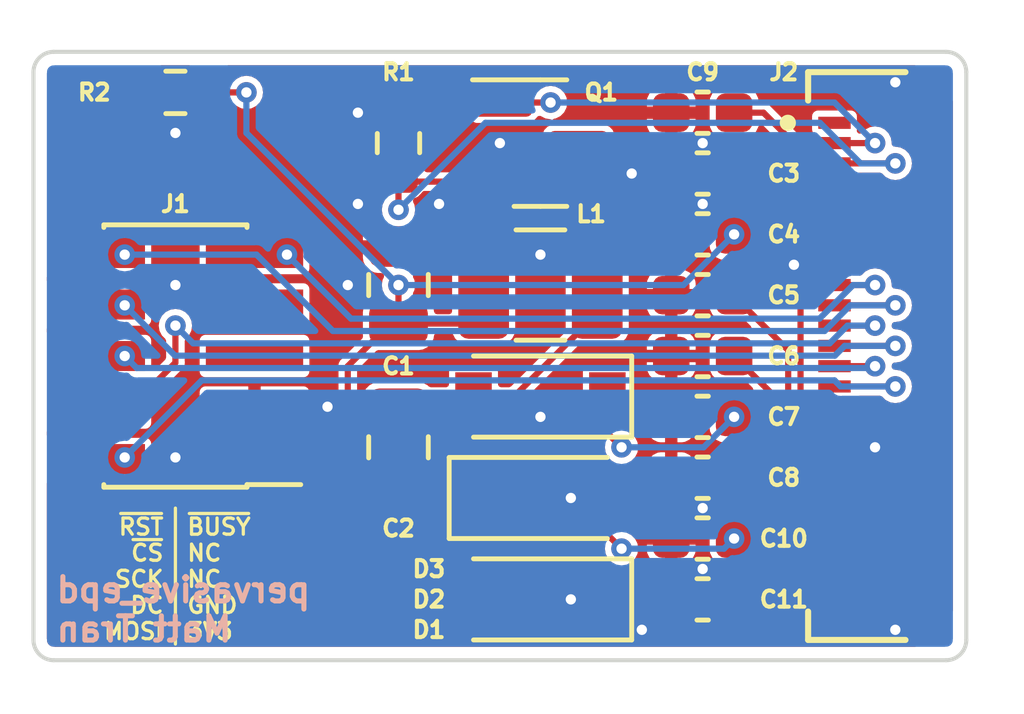
<source format=kicad_pcb>
(kicad_pcb (version 20211014) (generator pcbnew)
  (layers (0 "F.Cu" signal) (31 "B.Cu" signal) (34 "B.Paste" user) (35 "F.Paste" user) (36 "B.SilkS" user "B.Silkscreen") (37 "F.SilkS" user "F.Silkscreen") (38 "B.Mask" user) (39 "F.Mask" user) (44 "Edge.Cuts" user))
  (net 0 "")
  (net 1 "GND")
  (net 2 "+3V3")
  (net 3 "Net-(C2-Pad1)")
  (net 4 "Net-(C2-Pad2)")
  (net 5 "/VDDD")
  (net 6 "/VDH")
  (net 7 "/VGH")
  (net 8 "/VDL")
  (net 9 "/VDHR")
  (net 10 "/VGL")
  (net 11 "/VCOM")
  (net 12 "/MOSI")
  (net 13 "/DC")
  (net 15 "/SCK")
  (net 17 "/~{CS}")
  (net 18 "/~{BUSY}")
  (net 19 "/~{RST}")
  (net 20 "/GDR")
  (net 21 "/RESE")
  (footprint "Capacitor_SMD:C_0603_1608Metric" (layer "F.Cu") (at 145.5 94)
    (fp_text reference "C9" (at 0 -1) (layer "F.SilkS") (effects (font (size 0.4 0.4) (thickness 0.1))))
    (fp_text value "1u")
    (fp_line (start -0.14058 0.51) (end 0.14058 0.51) (layer "F.SilkS") (width 0.12))
    (fp_line (start -0.14058 -0.51) (end 0.14058 -0.51) (layer "F.SilkS") (width 0.12))
    (pad "1" smd roundrect locked (at -0.775 0) (size 0.9 0.95) (layers "F.Cu" "F.Paste" "F.Mask") (net 1 "GND"))
    (pad "2" smd roundrect locked (at 0.775 0) (size 0.9 0.95) (layers "F.Cu" "F.Paste" "F.Mask") (net 9 "/VDHR"))
  )
  (footprint "Capacitor_SMD:C_0603_1608Metric" (layer "F.Cu") (at 145.5 103)
    (fp_text reference "C8" (at 2 0) (layer "F.SilkS") (effects (font (size 0.4 0.4) (thickness 0.1))))
    (fp_text value "1u")
    (fp_line (start -0.14058 -0.51) (end 0.14058 -0.51) (layer "F.SilkS") (width 0.12))
    (fp_line (start -0.14058 0.51) (end 0.14058 0.51) (layer "F.SilkS") (width 0.12))
    (pad "1" smd roundrect locked (at -0.775 0) (size 0.9 0.95) (layers "F.Cu" "F.Paste" "F.Mask") (net 1 "GND"))
    (pad "2" smd roundrect locked (at 0.775 0) (size 0.9 0.95) (layers "F.Cu" "F.Paste" "F.Mask") (net 8 "/VDL"))
  )
  (footprint "Capacitor_SMD:C_0603_1608Metric" (layer "F.Cu") (at 145.5 95.5)
    (fp_text reference "C3" (at 2 0) (layer "F.SilkS") (effects (font (size 0.4 0.4) (thickness 0.1))))
    (fp_text value "1u")
    (fp_line (start -0.14058 -0.51) (end 0.14058 -0.51) (layer "F.SilkS") (width 0.12))
    (fp_line (start -0.14058 0.51) (end 0.14058 0.51) (layer "F.SilkS") (width 0.12))
    (pad "1" smd roundrect locked (at -0.775 0) (size 0.9 0.95) (layers "F.Cu" "F.Paste" "F.Mask") (net 1 "GND"))
    (pad "2" smd roundrect locked (at 0.775 0) (size 0.9 0.95) (layers "F.Cu" "F.Paste" "F.Mask") (net 2 "+3V3"))
  )
  (footprint "Capacitor_SMD:C_0805_2012Metric" (layer "F.Cu") (at 138 98.25 -90)
    (fp_text reference "C1" (at 2 0 180) (layer "F.SilkS") (effects (font (size 0.4 0.4) (thickness 0.1))))
    (fp_text value "10u")
    (fp_line (start -0.261252 -0.735) (end 0.261252 -0.735) (layer "F.SilkS") (width 0.12))
    (fp_line (start -0.261252 0.735) (end 0.261252 0.735) (layer "F.SilkS") (width 0.12))
    (pad "1" smd roundrect locked (at -0.95 0 270) (size 1 1.45) (layers "F.Cu" "F.Paste" "F.Mask") (net 1 "GND"))
    (pad "2" smd roundrect locked (at 0.95 0 270) (size 1 1.45) (layers "F.Cu" "F.Paste" "F.Mask") (net 2 "+3V3"))
  )
  (footprint "Capacitor_SMD:C_0805_2012Metric" (layer "F.Cu") (at 138 102.25 90)
    (fp_text reference "C2" (at -2 0 180) (layer "F.SilkS") (effects (font (size 0.4 0.4) (thickness 0.1))))
    (fp_text value "10u")
    (fp_line (start -0.261252 -0.735) (end 0.261252 -0.735) (layer "F.SilkS") (width 0.12))
    (fp_line (start -0.261252 0.735) (end 0.261252 0.735) (layer "F.SilkS") (width 0.12))
    (pad "1" smd roundrect locked (at -0.95 0 90) (size 1 1.45) (layers "F.Cu" "F.Paste" "F.Mask") (net 3 "Net-(C2-Pad1)"))
    (pad "2" smd roundrect locked (at 0.95 0 90) (size 1 1.45) (layers "F.Cu" "F.Paste" "F.Mask") (net 4 "Net-(C2-Pad2)"))
  )
  (footprint "Connector_PinHeader_1.27mm:PinHeader_2x05_P1.27mm_Vertical_SMD" (layer "F.Cu") (at 132.5 100 180)
    (fp_text reference "J1" (at 0 3.75) (layer "F.SilkS") (effects (font (size 0.4 0.4) (thickness 0.1))))
    (fp_text value "SPI")
    (fp_line (start -1.765 3.17) (end -1.765 3.235) (layer "F.SilkS") (width 0.12))
    (fp_line (start -1.765 -3.235) (end -1.765 -3.17) (layer "F.SilkS") (width 0.12))
    (fp_line (start 1.765 3.17) (end 1.765 3.235) (layer "F.SilkS") (width 0.12))
    (fp_line (start 1.765 -3.235) (end 1.765 -3.17) (layer "F.SilkS") (width 0.12))
    (fp_line (start -1.765 -3.235) (end 1.765 -3.235) (layer "F.SilkS") (width 0.12))
    (fp_line (start -1.765 3.235) (end 1.765 3.235) (layer "F.SilkS") (width 0.12))
    (fp_line (start -3.09 -3.17) (end -1.765 -3.17) (layer "F.SilkS") (width 0.12))
    (pad "1" smd rect locked (at -1.95 -2.54 180) (size 2.4 0.74) (layers "F.Cu" "F.Paste" "F.Mask") (net 2 "+3V3"))
    (pad "2" smd rect locked (at 1.95 -2.54 180) (size 2.4 0.74) (layers "F.Cu" "F.Paste" "F.Mask") (net 12 "/MOSI"))
    (pad "3" smd rect locked (at -1.95 -1.27 180) (size 2.4 0.74) (layers "F.Cu" "F.Paste" "F.Mask") (net 1 "GND"))
    (pad "4" smd rect locked (at 1.95 -1.27 180) (size 2.4 0.74) (layers "F.Cu" "F.Paste" "F.Mask") (net 13 "/DC"))
    (pad "5" smd rect locked (at -1.95 0 180) (size 2.4 0.74) (layers "F.Cu" "F.Paste" "F.Mask"))
    (pad "6" smd rect locked (at 1.95 0 180) (size 2.4 0.74) (layers "F.Cu" "F.Paste" "F.Mask") (net 15 "/SCK"))
    (pad "7" smd rect locked (at -1.95 1.27 180) (size 2.4 0.74) (layers "F.Cu" "F.Paste" "F.Mask"))
    (pad "8" smd rect locked (at 1.95 1.27 180) (size 2.4 0.74) (layers "F.Cu" "F.Paste" "F.Mask") (net 17 "/~{CS}"))
    (pad "9" smd rect locked (at -1.95 2.54 180) (size 2.4 0.74) (layers "F.Cu" "F.Paste" "F.Mask") (net 18 "/~{BUSY}"))
    (pad "10" smd rect locked (at 1.95 2.54 180) (size 2.4 0.74) (layers "F.Cu" "F.Paste" "F.Mask") (net 19 "/~{RST}"))
  )
  (footprint "Capacitor_SMD:C_0603_1608Metric" (layer "F.Cu") (at 145.5 101.5)
    (fp_text reference "C7" (at 2 0) (layer "F.SilkS") (effects (font (size 0.4 0.4) (thickness 0.1))))
    (fp_text value "1u")
    (fp_line (start -0.14058 -0.51) (end 0.14058 -0.51) (layer "F.SilkS") (width 0.12))
    (fp_line (start -0.14058 0.51) (end 0.14058 0.51) (layer "F.SilkS") (width 0.12))
    (pad "1" smd roundrect locked (at -0.775 0) (size 0.9 0.95) (layers "F.Cu" "F.Paste" "F.Mask") (net 1 "GND"))
    (pad "2" smd roundrect locked (at 0.775 0) (size 0.9 0.95) (layers "F.Cu" "F.Paste" "F.Mask") (net 7 "/VGH"))
  )
  (footprint "Diode_SMD:D_SOD-123" (layer "F.Cu") (at 141.5 106 180)
    (fp_text reference "D1" (at 2.75 -0.75) (layer "F.SilkS") (effects (font (size 0.4 0.4) (thickness 0.1))))
    (fp_text value "D_Schottky_Small_Filled")
    (fp_line (start -2.25 -1) (end -2.25 1) (layer "F.SilkS") (width 0.12))
    (fp_line (start -2.25 -1) (end 1.65 -1) (layer "F.SilkS") (width 0.12))
    (fp_line (start -2.25 1) (end 1.65 1) (layer "F.SilkS") (width 0.12))
    (pad "1" smd rect locked (at -1.65 0 180) (size 0.9 1.2) (layers "F.Cu" "F.Paste" "F.Mask") (net 1 "GND"))
    (pad "2" smd rect locked (at 1.65 0 180) (size 0.9 1.2) (layers "F.Cu" "F.Paste" "F.Mask") (net 3 "Net-(C2-Pad1)"))
  )
  (footprint "Package_TO_SOT_SMD:SOT-23" (layer "F.Cu") (at 141.5 94.75)
    (fp_text reference "Q1" (at 1.5 -1.25) (layer "F.SilkS") (effects (font (size 0.4 0.4) (thickness 0.1))))
    (fp_text value "DMN3023L")
    (fp_line (start 0 -1.56) (end 0.65 -1.56) (layer "F.SilkS") (width 0.12))
    (fp_line (start 0 1.56) (end -0.65 1.56) (layer "F.SilkS") (width 0.12))
    (fp_line (start 0 -1.56) (end -1.675 -1.56) (layer "F.SilkS") (width 0.12))
    (fp_line (start 0 1.56) (end 0.65 1.56) (layer "F.SilkS") (width 0.12))
    (pad "1" smd roundrect locked (at -0.9375 -0.95) (size 1.475 0.6) (layers "F.Cu" "F.Paste" "F.Mask") (net 20 "/GDR"))
    (pad "2" smd roundrect locked (at -0.9375 0.95) (size 1.475 0.6) (layers "F.Cu" "F.Paste" "F.Mask") (net 21 "/RESE"))
    (pad "3" smd roundrect locked (at 0.9375 0) (size 1.475 0.6) (layers "F.Cu" "F.Paste" "F.Mask") (net 4 "Net-(C2-Pad2)"))
  )
  (footprint "Inductor_SMD:L_1210_3225Metric" (layer "F.Cu") (at 141.5 98.25)
    (fp_text reference "L1" (at 1.25 -1.75) (layer "F.SilkS") (effects (font (size 0.4 0.4) (thickness 0.1))))
    (fp_text value "10u")
    (fp_line (start -0.602064 -1.36) (end 0.602064 -1.36) (layer "F.SilkS") (width 0.12))
    (fp_line (start -0.602064 1.36) (end 0.602064 1.36) (layer "F.SilkS") (width 0.12))
    (pad "1" smd roundrect locked (at -1.4 0) (size 1.25 2.65) (layers "F.Cu" "F.Paste" "F.Mask") (roundrect_rratio 0.2) (net 2 "+3V3"))
    (pad "2" smd roundrect locked (at 1.4 0) (size 1.25 2.65) (layers "F.Cu" "F.Paste" "F.Mask") (roundrect_rratio 0.2) (net 4 "Net-(C2-Pad2)"))
  )
  (footprint "Capacitor_SMD:C_0603_1608Metric" (layer "F.Cu") (at 145.5 98.5)
    (fp_text reference "C5" (at 2 0) (layer "F.SilkS") (effects (font (size 0.4 0.4) (thickness 0.1))))
    (fp_text value "1u")
    (fp_line (start -0.14058 -0.51) (end 0.14058 -0.51) (layer "F.SilkS") (width 0.12))
    (fp_line (start -0.14058 0.51) (end 0.14058 0.51) (layer "F.SilkS") (width 0.12))
    (pad "1" smd roundrect locked (at -0.775 0) (size 0.9 0.95) (layers "F.Cu" "F.Paste" "F.Mask") (net 1 "GND"))
    (pad "2" smd roundrect locked (at 0.775 0) (size 0.9 0.95) (layers "F.Cu" "F.Paste" "F.Mask") (net 5 "/VDDD"))
  )
  (footprint "Resistor_SMD:R_0603_1608Metric" (layer "F.Cu") (at 138 94.75 90)
    (fp_text reference "R1" (at 1.75 0 180) (layer "F.SilkS") (effects (font (size 0.4 0.4) (thickness 0.1))))
    (fp_text value "470m")
    (fp_line (start -0.237258 -0.5225) (end 0.237258 -0.5225) (layer "F.SilkS") (width 0.12))
    (fp_line (start -0.237258 0.5225) (end 0.237258 0.5225) (layer "F.SilkS") (width 0.12))
    (pad "1" smd roundrect locked (at -0.825 0 90) (size 0.8 0.95) (layers "F.Cu" "F.Paste" "F.Mask") (net 21 "/RESE"))
    (pad "2" smd roundrect locked (at 0.825 0 90) (size 0.8 0.95) (layers "F.Cu" "F.Paste" "F.Mask") (net 1 "GND"))
  )
  (footprint "Capacitor_SMD:C_0603_1608Metric" (layer "F.Cu") (at 145.5 104.5)
    (fp_text reference "C10" (at 2 0) (layer "F.SilkS") (effects (font (size 0.4 0.4) (thickness 0.1))))
    (fp_text value "1u")
    (fp_line (start -0.14058 0.51) (end 0.14058 0.51) (layer "F.SilkS") (width 0.12))
    (fp_line (start -0.14058 -0.51) (end 0.14058 -0.51) (layer "F.SilkS") (width 0.12))
    (pad "1" smd roundrect locked (at -0.775 0) (size 0.9 0.95) (layers "F.Cu" "F.Paste" "F.Mask") (net 1 "GND"))
    (pad "2" smd roundrect locked (at 0.775 0) (size 0.9 0.95) (layers "F.Cu" "F.Paste" "F.Mask") (net 10 "/VGL"))
  )
  (footprint "Capacitor_SMD:C_0603_1608Metric" (layer "F.Cu") (at 145.5 106)
    (fp_text reference "C11" (at 2 0) (layer "F.SilkS") (effects (font (size 0.4 0.4) (thickness 0.1))))
    (fp_text value "1u")
    (fp_line (start -0.14058 -0.51) (end 0.14058 -0.51) (layer "F.SilkS") (width 0.12))
    (fp_line (start -0.14058 0.51) (end 0.14058 0.51) (layer "F.SilkS") (width 0.12))
    (pad "1" smd roundrect locked (at -0.775 0) (size 0.9 0.95) (layers "F.Cu" "F.Paste" "F.Mask") (net 1 "GND"))
    (pad "2" smd roundrect locked (at 0.775 0) (size 0.9 0.95) (layers "F.Cu" "F.Paste" "F.Mask") (net 11 "/VCOM"))
  )
  (footprint "Diode_SMD:D_SOD-123" (layer "F.Cu") (at 141.5 101 180)
    (fp_text reference "D3" (at 2.75 -4.25) (layer "F.SilkS") (effects (font (size 0.4 0.4) (thickness 0.1))))
    (fp_text value "D_Schottky_Small_Filled")
    (fp_line (start -2.25 -1) (end -2.25 1) (layer "F.SilkS") (width 0.12))
    (fp_line (start -2.25 -1) (end 1.65 -1) (layer "F.SilkS") (width 0.12))
    (fp_line (start -2.25 1) (end 1.65 1) (layer "F.SilkS") (width 0.12))
    (pad "1" smd rect locked (at -1.65 0 180) (size 0.9 1.2) (layers "F.Cu" "F.Paste" "F.Mask") (net 7 "/VGH"))
    (pad "2" smd rect locked (at 1.65 0 180) (size 0.9 1.2) (layers "F.Cu" "F.Paste" "F.Mask") (net 4 "Net-(C2-Pad2)"))
  )
  (footprint "extraparts:GCT_FFC2B28-24-G" (layer "F.Cu") (at 150 100 90)
    (fp_text reference "J2" (at 7 -2.5 180) (layer "F.SilkS") (effects (font (size 0.4 0.4) (thickness 0.1))))
    (fp_text value "epd")
    (fp_line (start 7 -1.9) (end 7 0.5) (layer "F.SilkS") (width 0.15))
    (fp_line (start -7 0.5) (end -7 -1.9) (layer "F.SilkS") (width 0.15))
    (fp_line (start -7 -1.9) (end -6.3 -1.9) (layer "F.SilkS") (width 0.15))
    (fp_line (start 6.3 -1.9) (end 7 -1.9) (layer "F.SilkS") (width 0.15))
    (fp_circle (center 5.75 -2.4) (end 5.85 -2.4) (layer "F.SilkS") (width 0.2) (fill none))
    (pad "1" smd rect (at 5.75 -1.25 270) (size 0.3 0.8) (layers "F.Cu" "F.Paste" "F.Mask"))
    (pad "2" smd rect (at 5.25 -1.25 270) (size 0.3 0.8) (layers "F.Cu" "F.Paste" "F.Mask") (net 20 "/GDR"))
    (pad "3" smd rect (at 4.75 -1.25 270) (size 0.3 0.8) (layers "F.Cu" "F.Paste" "F.Mask") (net 21 "/RESE"))
    (pad "4" smd rect (at 4.25 -1.25 270) (size 0.3 0.8) (layers "F.Cu" "F.Paste" "F.Mask"))
    (pad "5" smd rect (at 3.75 -1.25 270) (size 0.3 0.8) (layers "F.Cu" "F.Paste" "F.Mask") (net 9 "/VDHR"))
    (pad "6" smd rect (at 3.25 -1.25 270) (size 0.3 0.8) (layers "F.Cu" "F.Paste" "F.Mask"))
    (pad "7" smd rect (at 2.75 -1.25 270) (size 0.3 0.8) (layers "F.Cu" "F.Paste" "F.Mask"))
    (pad "8" smd rect (at 2.25 -1.25 270) (size 0.3 0.8) (layers "F.Cu" "F.Paste" "F.Mask") (net 1 "GND"))
    (pad "9" smd rect (at 1.75 -1.25 270) (size 0.3 0.8) (layers "F.Cu" "F.Paste" "F.Mask") (net 18 "/~{BUSY}"))
    (pad "10" smd rect (at 1.25 -1.25 270) (size 0.3 0.8) (layers "F.Cu" "F.Paste" "F.Mask") (net 19 "/~{RST}"))
    (pad "11" smd rect (at 0.75 -1.25 270) (size 0.3 0.8) (layers "F.Cu" "F.Paste" "F.Mask") (net 13 "/DC"))
    (pad "12" smd rect (at 0.25 -1.25 270) (size 0.3 0.8) (layers "F.Cu" "F.Paste" "F.Mask") (net 17 "/~{CS}"))
    (pad "13" smd rect (at -0.25 -1.25 270) (size 0.3 0.8) (layers "F.Cu" "F.Paste" "F.Mask") (net 15 "/SCK"))
    (pad "14" smd rect (at -0.75 -1.25 270) (size 0.3 0.8) (layers "F.Cu" "F.Paste" "F.Mask") (net 12 "/MOSI"))
    (pad "15" smd rect (at -1.25 -1.25 270) (size 0.3 0.8) (layers "F.Cu" "F.Paste" "F.Mask") (net 2 "+3V3"))
    (pad "16" smd rect (at -1.75 -1.25 270) (size 0.3 0.8) (layers "F.Cu" "F.Paste" "F.Mask") (net 2 "+3V3"))
    (pad "17" smd rect (at -2.25 -1.25 270) (size 0.3 0.8) (layers "F.Cu" "F.Paste" "F.Mask") (net 1 "GND"))
    (pad "18" smd rect (at -2.75 -1.25 270) (size 0.3 0.8) (layers "F.Cu" "F.Paste" "F.Mask") (net 5 "/VDDD"))
    (pad "19" smd rect (at -3.25 -1.25 270) (size 0.3 0.8) (layers "F.Cu" "F.Paste" "F.Mask"))
    (pad "20" smd rect (at -3.75 -1.25 270) (size 0.3 0.8) (layers "F.Cu" "F.Paste" "F.Mask") (net 6 "/VDH"))
    (pad "21" smd rect (at -4.25 -1.25 270) (size 0.3 0.8) (layers "F.Cu" "F.Paste" "F.Mask") (net 7 "/VGH"))
    (pad "22" smd rect (at -4.75 -1.25 270) (size 0.3 0.8) (layers "F.Cu" "F.Paste" "F.Mask") (net 8 "/VDL"))
    (pad "23" smd rect (at -5.25 -1.25 270) (size 0.3 0.8) (layers "F.Cu" "F.Paste" "F.Mask") (net 10 "/VGL"))
    (pad "24" smd rect (at -5.75 -1.25 270) (size 0.3 0.8) (layers "F.Cu" "F.Paste" "F.Mask") (net 11 "/VCOM"))
    (pad "MP" smd rect (at 6.7 1.25 90) (size 0.4 0.8) (layers "F.Cu" "F.Paste" "F.Mask") (net 1 "GND"))
    (pad "MP" smd rect (at -6.7 1.25 90) (size 0.4 0.8) (layers "F.Cu" "F.Paste" "F.Mask") (net 1 "GND"))
  )
  (footprint "Capacitor_SMD:C_0603_1608Metric" (layer "F.Cu") (at 145.5 97)
    (fp_text reference "C4" (at 2 0) (layer "F.SilkS") (effects (font (size 0.4 0.4) (thickness 0.1))))
    (fp_text value "100n")
    (fp_line (start -0.14058 0.51) (end 0.14058 0.51) (layer "F.SilkS") (width 0.12))
    (fp_line (start -0.14058 -0.51) (end 0.14058 -0.51) (layer "F.SilkS") (width 0.12))
    (pad "1" smd roundrect locked (at -0.775 0) (size 0.9 0.95) (layers "F.Cu" "F.Paste" "F.Mask") (net 1 "GND"))
    (pad "2" smd roundrect locked (at 0.775 0) (size 0.9 0.95) (layers "F.Cu" "F.Paste" "F.Mask") (net 2 "+3V3"))
  )
  (footprint "Capacitor_SMD:C_0603_1608Metric" (layer "F.Cu") (at 145.5 100)
    (fp_text reference "C6" (at 2 0) (layer "F.SilkS") (effects (font (size 0.4 0.4) (thickness 0.1))))
    (fp_text value "1u")
    (fp_line (start -0.14058 0.51) (end 0.14058 0.51) (layer "F.SilkS") (width 0.12))
    (fp_line (start -0.14058 -0.51) (end 0.14058 -0.51) (layer "F.SilkS") (width 0.12))
    (pad "1" smd roundrect locked (at -0.775 0) (size 0.9 0.95) (layers "F.Cu" "F.Paste" "F.Mask") (net 1 "GND"))
    (pad "2" smd roundrect locked (at 0.775 0) (size 0.9 0.95) (layers "F.Cu" "F.Paste" "F.Mask") (net 6 "/VDH"))
  )
  (footprint "Diode_SMD:D_SOD-123" (layer "F.Cu") (at 141.5 103.5)
    (fp_text reference "D2" (at -2.75 2.5) (layer "F.SilkS") (effects (font (size 0.4 0.4) (thickness 0.1))))
    (fp_text value "D_Schottky_Small_Filled")
    (fp_line (start -2.25 -1) (end 1.65 -1) (layer "F.SilkS") (width 0.12))
    (fp_line (start -2.25 -1) (end -2.25 1) (layer "F.SilkS") (width 0.12))
    (fp_line (start -2.25 1) (end 1.65 1) (layer "F.SilkS") (width 0.12))
    (pad "1" smd rect locked (at -1.65 0) (size 0.9 1.2) (layers "F.Cu" "F.Paste" "F.Mask") (net 3 "Net-(C2-Pad1)"))
    (pad "2" smd rect locked (at 1.65 0) (size 0.9 1.2) (layers "F.Cu" "F.Paste" "F.Mask") (net 10 "/VGL"))
  )
  (footprint "Resistor_SMD:R_0603_1608Metric" (layer "F.Cu") (at 132.5 93.5 180)
    (fp_text reference "R2" (at 2 0) (layer "F.SilkS") (effects (font (size 0.4 0.4) (thickness 0.1))))
    (fp_text value "10k")
    (fp_line (start -0.237258 -0.5225) (end 0.237258 -0.5225) (layer "F.SilkS") (width 0.12))
    (fp_line (start -0.237258 0.5225) (end 0.237258 0.5225) (layer "F.SilkS") (width 0.12))
    (pad "1" smd roundrect locked (at -0.825 0 180) (size 0.8 0.95) (layers "F.Cu" "F.Paste" "F.Mask") (net 2 "+3V3"))
    (pad "2" smd roundrect locked (at 0.825 0 180) (size 0.8 0.95) (layers "F.Cu" "F.Paste" "F.Mask") (net 19 "/~{RST}"))
  )
  (gr_line (start 132.5 103.75) (end 132.5 107.1) (layer "F.SilkS") (width 0.08))
  (gr_line (start 151.5 92.5) (end 129.5 92.5) (layer "Edge.Cuts") (width 0.1))
  (gr_arc (start 152 107) (mid 151.853553 107.353553) (end 151.5 107.5) (layer "Edge.Cuts") (width 0.1))
  (gr_arc (start 151.5 92.5) (mid 151.853553 92.646447) (end 152 93) (layer "Edge.Cuts") (width 0.1))
  (gr_arc (start 129.5 107.5) (mid 129.146447 107.353553) (end 129 107) (layer "Edge.Cuts") (width 0.1))
  (gr_line (start 129.5 107.5) (end 151.5 107.5) (layer "Edge.Cuts") (width 0.1))
  (gr_line (start 129 93) (end 129 107) (layer "Edge.Cuts") (width 0.1))
  (gr_line (start 152 107) (end 152 93) (layer "Edge.Cuts") (width 0.1))
  (gr_arc (start 129 93) (mid 129.146447 92.646447) (end 129.5 92.5) (layer "Edge.Cuts") (width 0.1))
  (gr_text "pervasive_epd\nMatt Tran" (at 129.5 106.25) (layer "B.SilkS") (effects (font (size 0.6 0.6) (thickness 0.125)) (justify right mirror)))
  (gr_text "~{RST}\n~{CS}\nSCK\nDC\nMOSI" (at 132.25 105.5) (layer "F.SilkS") (effects (font (size 0.4 0.4) (thickness 0.08)) (justify right)))
  (gr_text "~{BUSY}\nNC\nNC\nGND\n3V3" (at 132.75 105.5) (layer "F.SilkS") (effects (font (size 0.4 0.4) (thickness 0.08)) (justify left)))
  (via (at 137 94) (size 0.508) (drill 0.254) (layers "F.Cu" "B.Cu") (net 1))
  (via (at 132.5 94.5) (size 0.508) (drill 0.254) (layers "F.Cu" "B.Cu") (net 1))
  (via (at 141.5 97.5) (size 0.508) (drill 0.254) (layers "F.Cu" "B.Cu") (net 1))
  (via (at 145.5 105.25) (size 0.508) (drill 0.254) (layers "F.Cu" "B.Cu") (net 1))
  (via (at 137 96.25) (size 0.508) (drill 0.254) (layers "F.Cu" "B.Cu") (net 1))
  (via (at 142.25 106) (size 0.508) (drill 0.254) (layers "F.Cu" "B.Cu") (net 1))
  (via (at 145.5 96.25) (size 0.508) (drill 0.254) (layers "F.Cu" "B.Cu") (net 1))
  (via (at 142.25 103.5) (size 0.508) (drill 0.254) (layers "F.Cu" "B.Cu") (net 1))
  (via (at 140.5 94.75) (size 0.508) (drill 0.254) (layers "F.Cu" "B.Cu") (net 1))
  (via (at 132.5 98.25) (size 0.508) (drill 0.254) (layers "F.Cu" "B.Cu") (net 1))
  (via (at 132.5 102.5) (size 0.508) (drill 0.254) (layers "F.Cu" "B.Cu") (net 1))
  (via (at 149.75 102.25) (size 0.508) (drill 0.254) (layers "F.Cu" "B.Cu") (net 1))
  (via (at 144 106.75) (size 0.508) (drill 0.254) (layers "F.Cu" "B.Cu") (net 1))
  (via (at 139 96.25) (size 0.508) (drill 0.254) (layers "F.Cu" "B.Cu") (net 1))
  (via (at 143.75 95.5) (size 0.508) (drill 0.254) (layers "F.Cu" "B.Cu") (net 1))
  (via (at 150.25 106.75) (size 0.508) (drill 0.254) (layers "F.Cu" "B.Cu") (net 1))
  (via (at 147.75 97.75) (size 0.508) (drill 0.254) (layers "F.Cu" "B.Cu") (net 1))
  (via (at 145.5 94.75) (size 0.508) (drill 0.254) (layers "F.Cu" "B.Cu") (net 1))
  (via (at 141.5 101.5) (size 0.508) (drill 0.254) (layers "F.Cu" "B.Cu") (net 1))
  (via (at 145.5 103.75) (size 0.508) (drill 0.254) (layers "F.Cu" "B.Cu") (net 1))
  (via (at 136.25 101.25) (size 0.508) (drill 0.254) (layers "F.Cu" "B.Cu") (net 1))
  (via (at 136.75 98.25) (size 0.508) (drill 0.254) (layers "F.Cu" "B.Cu") (net 1))
  (via (at 150.25 93.25) (size 0.508) (drill 0.254) (layers "F.Cu" "B.Cu") (net 1))
  (segment (start 148.75 101.25) (end 148.1976 101.25) (width 0.1524) (layer "F.Cu") (net 2))
  (segment (start 148.1976 101.25) (end 147.91296 100.96536) (width 0.1524) (layer "F.Cu") (net 2))
  (segment (start 137.8 99.2) (end 138 99.2) (width 0.1524) (layer "F.Cu") (net 2))
  (segment (start 148.75 101.25) (end 148.75 101.75) (width 0.1524) (layer "F.Cu") (net 2))
  (segment (start 138 99.2) (end 138 98.25) (width 0.1524) (layer "F.Cu") (net 2))
  (segment (start 147.91296 98.63796) (end 146.275 97) (width 0.1524) (layer "F.Cu") (net 2))
  (segment (start 147.91296 100.96536) (end 147.91296 98.63796) (width 0.1524) (layer "F.Cu") (net 2))
  (segment (start 146.275 95.5) (end 146.275 97) (width 0.1524) (layer "F.Cu") (net 2))
  (segment (start 134.45 102.54) (end 135.96 102.54) (width 0.1524) (layer "F.Cu") (net 2))
  (segment (start 133.325 93.5) (end 134.25 93.5) (width 0.1524) (layer "F.Cu") (net 2))
  (segment (start 135.96 102.54) (end 136.75 101.75) (width 0.1524) (layer "F.Cu") (net 2))
  (segment (start 140.1 99.2) (end 140.1 98.25) (width 0.1524) (layer "F.Cu") (net 2))
  (segment (start 136.75 101.75) (end 136.75 100.25) (width 0.1524) (layer "F.Cu") (net 2))
  (segment (start 138 99.2) (end 140.1 99.2) (width 0.1524) (layer "F.Cu") (net 2))
  (segment (start 136.75 100.25) (end 137.8 99.2) (width 0.1524) (layer "F.Cu") (net 2))
  (via (at 138 98.25) (size 0.508) (drill 0.254) (layers "F.Cu" "B.Cu") (net 2))
  (via (at 146.275 97) (size 0.508) (drill 0.254) (layers "F.Cu" "B.Cu") (net 2))
  (via (at 134.25 93.5) (size 0.508) (drill 0.254) (layers "F.Cu" "B.Cu") (net 2))
  (segment (start 134.25 93.5) (end 134.25 94.5) (width 0.1524) (layer "B.Cu") (net 2))
  (segment (start 138 98.25) (end 145.025 98.25) (width 0.1524) (layer "B.Cu") (net 2))
  (segment (start 134.25 94.5) (end 138 98.25) (width 0.1524) (layer "B.Cu") (net 2))
  (segment (start 145.025 98.25) (end 146.275 97) (width 0.1524) (layer "B.Cu") (net 2))
  (segment (start 139.85 103.5) (end 139.85 106) (width 0.1524) (layer "F.Cu") (net 3))
  (segment (start 138.3 103.5) (end 138 103.2) (width 0.1524) (layer "F.Cu") (net 3))
  (segment (start 139.85 103.5) (end 138.3 103.5) (width 0.1524) (layer "F.Cu") (net 3))
  (segment (start 138.3 101) (end 138 101.3) (width 0.1524) (layer "F.Cu") (net 4))
  (segment (start 142.9 98.25) (end 142.9 94.75) (width 0.1524) (layer "F.Cu") (net 4))
  (segment (start 139.85 101) (end 140.85 101) (width 0.1524) (layer "F.Cu") (net 4))
  (segment (start 139.85 101) (end 138.3 101) (width 0.1524) (layer "F.Cu") (net 4))
  (segment (start 142.9 98.95) (end 142.9 98.25) (width 0.1524) (layer "F.Cu") (net 4))
  (segment (start 140.85 101) (end 142.9 98.95) (width 0.1524) (layer "F.Cu") (net 4))
  (segment (start 142.9 94.75) (end 142.4375 94.75) (width 0.1524) (layer "F.Cu") (net 4))
  (segment (start 146.275 98.5) (end 146.275 98.525) (width 0.1524) (layer "F.Cu") (net 5))
  (segment (start 147.999611 102.75) (end 148.75 102.75) (width 0.1524) (layer "F.Cu") (net 5))
  (segment (start 147.60864 99.85864) (end 147.60864 102.359029) (width 0.1524) (layer "F.Cu") (net 5))
  (segment (start 146.275 98.525) (end 147.60864 99.85864) (width 0.1524) (layer "F.Cu") (net 5))
  (segment (start 147.60864 102.359029) (end 147.999611 102.75) (width 0.1524) (layer "F.Cu") (net 5))
  (segment (start 146.275 100) (end 147.30432 101.02932) (width 0.1524) (layer "F.Cu") (net 6))
  (segment (start 147.930374 103.75) (end 148.75 103.75) (width 0.1524) (layer "F.Cu") (net 6))
  (segment (start 147.30432 103.123946) (end 147.930374 103.75) (width 0.1524) (layer "F.Cu") (net 6))
  (segment (start 147.30432 101.02932) (end 147.30432 103.123946) (width 0.1524) (layer "F.Cu") (net 6))
  (segment (start 147 102.225) (end 147 103.25) (width 0.1524) (layer "F.Cu") (net 7))
  (segment (start 143.15 101.9) (end 143.5 102.25) (width 0.1524) (layer "F.Cu") (net 7))
  (segment (start 148 104.25) (end 148.75 104.25) (width 0.1524) (layer "F.Cu") (net 7))
  (segment (start 147 103.25) (end 148 104.25) (width 0.1524) (layer "F.Cu") (net 7))
  (segment (start 146.275 101.5) (end 147 102.225) (width 0.1524) (layer "F.Cu") (net 7))
  (segment (start 143.15 101) (end 143.15 101.9) (width 0.1524) (layer "F.Cu") (net 7))
  (via (at 143.5 102.25) (size 0.508) (drill 0.254) (layers "F.Cu" "B.Cu") (net 7))
  (via (at 146.275 101.5) (size 0.508) (drill 0.254) (layers "F.Cu" "B.Cu") (net 7))
  (segment (start 145.525 102.25) (end 146.275 101.5) (width 0.1524) (layer "B.Cu") (net 7))
  (segment (start 143.5 102.25) (end 145.525 102.25) (width 0.1524) (layer "B.Cu") (net 7))
  (segment (start 146.275 103) (end 148.025 104.75) (width 0.1524) (layer "F.Cu") (net 8))
  (segment (start 148.025 104.75) (end 148.75 104.75) (width 0.1524) (layer "F.Cu") (net 8))
  (segment (start 147 94) (end 147.75 94.75) (width 0.1524) (layer "F.Cu") (net 9))
  (segment (start 147.75 94.75) (end 147.75 96) (width 0.1524) (layer "F.Cu") (net 9))
  (segment (start 146.275 94) (end 147 94) (width 0.1524) (layer "F.Cu") (net 9))
  (segment (start 148 96.25) (end 148.75 96.25) (width 0.1524) (layer "F.Cu") (net 9))
  (segment (start 147.75 96) (end 148 96.25) (width 0.1524) (layer "F.Cu") (net 9))
  (segment (start 146.275 104.5) (end 147.025 105.25) (width 0.1524) (layer "F.Cu") (net 10))
  (segment (start 147.025 105.25) (end 148.75 105.25) (width 0.1524) (layer "F.Cu") (net 10))
  (segment (start 143.15 104.4) (end 143.5 104.75) (width 0.1524) (layer "F.Cu") (net 10))
  (segment (start 143.15 103.5) (end 143.15 104.4) (width 0.1524) (layer "F.Cu") (net 10))
  (via (at 146.275 104.5) (size 0.508) (drill 0.254) (layers "F.Cu" "B.Cu") (net 10))
  (via (at 143.5 104.75) (size 0.508) (drill 0.254) (layers "F.Cu" "B.Cu") (net 10))
  (segment (start 146.025 104.75) (end 146.275 104.5) (width 0.1524) (layer "B.Cu") (net 10))
  (segment (start 143.5 104.75) (end 146.025 104.75) (width 0.1524) (layer "B.Cu") (net 10))
  (segment (start 146.525 105.75) (end 148.75 105.75) (width 0.1524) (layer "F.Cu") (net 11))
  (segment (start 146.275 106) (end 146.525 105.75) (width 0.1524) (layer "F.Cu") (net 11))
  (segment (start 131.21 102.54) (end 131.25 102.5) (width 0.1524) (layer "F.Cu") (net 12))
  (segment (start 148.75 100.75) (end 150.25 100.75) (width 0.1524) (layer "F.Cu") (net 12))
  (segment (start 130.55 102.54) (end 131.21 102.54) (width 0.1524) (layer "F.Cu") (net 12))
  (via (at 150.25 100.75) (size 0.508) (drill 0.254) (layers "F.Cu" "B.Cu") (net 12))
  (via (at 131.25 102.5) (size 0.508) (drill 0.254) (layers "F.Cu" "B.Cu") (net 12))
  (segment (start 148.75 100.6) (end 133.15 100.6) (width 0.1524) (layer "B.Cu") (net 12))
  (segment (start 148.9 100.75) (end 148.75 100.6) (width 0.1524) (layer "B.Cu") (net 12))
  (segment (start 150.25 100.75) (end 148.9 100.75) (width 0.1524) (layer "B.Cu") (net 12))
  (segment (start 133.15 100.6) (end 131.25 102.5) (width 0.1524) (layer "B.Cu") (net 12))
  (segment (start 132.5 100.163111) (end 131.393111 101.27) (width 0.1524) (layer "F.Cu") (net 13))
  (segment (start 132.5 99.25) (end 132.5 100.163111) (width 0.1524) (layer "F.Cu") (net 13))
  (segment (start 131.393111 101.27) (end 130.55 101.27) (width 0.1524) (layer "F.Cu") (net 13))
  (segment (start 148.75 99.25) (end 149.75 99.25) (width 0.1524) (layer "F.Cu") (net 13))
  (via (at 149.75 99.25) (size 0.508) (drill 0.254) (layers "F.Cu" "B.Cu") (net 13))
  (via (at 132.5 99.25) (size 0.508) (drill 0.254) (layers "F.Cu" "B.Cu") (net 13))
  (segment (start 132.93704 99.68704) (end 132.5 99.25) (width 0.1524) (layer "B.Cu") (net 13))
  (segment (start 149.069626 99.25) (end 148.632586 99.68704) (width 0.1524) (layer "B.Cu") (net 13))
  (segment (start 148.632586 99.68704) (end 132.93704 99.68704) (width 0.1524) (layer "B.Cu") (net 13))
  (segment (start 149.75 99.25) (end 149.069626 99.25) (width 0.1524) (layer "B.Cu") (net 13))
  (segment (start 130.55 100) (end 131.25 100) (width 0.1524) (layer "F.Cu") (net 15))
  (segment (start 148.75 100.25) (end 149.75 100.25) (width 0.1524) (layer "F.Cu") (net 15))
  (via (at 149.75 100.25) (size 0.508) (drill 0.254) (layers "F.Cu" "B.Cu") (net 15))
  (via (at 131.25 100) (size 0.508) (drill 0.254) (layers "F.Cu" "B.Cu") (net 15))
  (segment (start 131.54568 100.29568) (end 131.25 100) (width 0.1524) (layer "B.Cu") (net 15))
  (segment (start 149.70432 100.29568) (end 131.54568 100.29568) (width 0.1524) (layer "B.Cu") (net 15))
  (segment (start 149.75 100.25) (end 149.70432 100.29568) (width 0.1524) (layer "B.Cu") (net 15))
  (segment (start 130.55 98.73) (end 131.23 98.73) (width 0.1524) (layer "F.Cu") (net 17))
  (segment (start 131.23 98.73) (end 131.25 98.75) (width 0.1524) (layer "F.Cu") (net 17))
  (segment (start 148.75 99.75) (end 150.25 99.75) (width 0.1524) (layer "F.Cu") (net 17))
  (via (at 131.25 98.75) (size 0.508) (drill 0.254) (layers "F.Cu" "B.Cu") (net 17))
  (via (at 150.25 99.75) (size 0.508) (drill 0.254) (layers "F.Cu" "B.Cu") (net 17))
  (segment (start 149 99.75) (end 148.75864 99.99136) (width 0.1524) (layer "B.Cu") (net 17))
  (segment (start 150.25 99.75) (end 149 99.75) (width 0.1524) (layer "B.Cu") (net 17))
  (segment (start 148.75864 99.99136) (end 132.49136 99.99136) (width 0.1524) (layer "B.Cu") (net 17))
  (segment (start 132.49136 99.99136) (end 131.25 98.75) (width 0.1524) (layer "B.Cu") (net 17))
  (segment (start 134.45 97.46) (end 135.21 97.46) (width 0.1524) (layer "F.Cu") (net 18))
  (segment (start 135.21 97.46) (end 135.25 97.5) (width 0.1524) (layer "F.Cu") (net 18))
  (segment (start 148.75 98.25) (end 149.75 98.25) (width 0.1524) (layer "F.Cu") (net 18))
  (via (at 149.75 98.25) (size 0.508) (drill 0.254) (layers "F.Cu" "B.Cu") (net 18))
  (via (at 135.25 97.5) (size 0.508) (drill 0.254) (layers "F.Cu" "B.Cu") (net 18))
  (segment (start 136.8284 99.0784) (end 135.25 97.5) (width 0.1524) (layer "B.Cu") (net 18))
  (segment (start 149.75 98.25) (end 149.208878 98.25) (width 0.1524) (layer "B.Cu") (net 18))
  (segment (start 148.380478 99.0784) (end 136.8284 99.0784) (width 0.1524) (layer "B.Cu") (net 18))
  (segment (start 149.208878 98.25) (end 148.380478 99.0784) (width 0.1524) (layer "B.Cu") (net 18))
  (segment (start 130.55 94.7) (end 130.55 97.46) (width 0.1524) (layer "F.Cu") (net 19))
  (segment (start 131.675 93.575) (end 130.55 94.7) (width 0.1524) (layer "F.Cu") (net 19))
  (segment (start 131.675 93.5) (end 131.675 93.575) (width 0.1524) (layer "F.Cu") (net 19))
  (segment (start 130.55 97.46) (end 131.21 97.46) (width 0.1524) (layer "F.Cu") (net 19))
  (segment (start 131.21 97.46) (end 131.25 97.5) (width 0.1524) (layer "F.Cu") (net 19))
  (segment (start 148.75 98.75) (end 150.25 98.75) (width 0.1524) (layer "F.Cu") (net 19))
  (via (at 150.25 98.75) (size 0.508) (drill 0.254) (layers "F.Cu" "B.Cu") (net 19))
  (via (at 131.25 97.5) (size 0.508) (drill 0.254) (layers "F.Cu" "B.Cu") (net 19))
  (segment (start 148.506532 99.38272) (end 136.38272 99.38272) (width 0.1524) (layer "B.Cu") (net 19))
  (segment (start 136.38272 99.38272) (end 134.5 97.5) (width 0.1524) (layer "B.Cu") (net 19))
  (segment (start 149.139252 98.75) (end 148.506532 99.38272) (width 0.1524) (layer "B.Cu") (net 19))
  (segment (start 134.5 97.5) (end 131.25 97.5) (width 0.1524) (layer "B.Cu") (net 19))
  (segment (start 150.25 98.75) (end 149.139252 98.75) (width 0.1524) (layer "B.Cu") (net 19))
  (segment (start 148.75 94.75) (end 149.75 94.75) (width 0.1524) (layer "F.Cu") (net 20))
  (segment (start 140.5625 93.8) (end 140.6125 93.75) (width 0.1524) (layer "F.Cu") (net 20))
  (segment (start 140.6125 93.75) (end 141.75 93.75) (width 0.1524) (layer "F.Cu") (net 20))
  (via (at 141.75 93.75) (size 0.508) (drill 0.254) (layers "F.Cu" "B.Cu") (net 20))
  (via (at 149.75 94.75) (size 0.508) (drill 0.254) (layers "F.Cu" "B.Cu") (net 20))
  (segment (start 148.75 93.75) (end 149.75 94.75) (width 0.1524) (layer "B.Cu") (net 20))
  (segment (start 141.75 93.75) (end 148.75 93.75) (width 0.1524) (layer "B.Cu") (net 20))
  (segment (start 148.75 95.25) (end 150.25 95.25) (width 0.1524) (layer "F.Cu") (net 21))
  (segment (start 138 95.575) (end 138 96.3941) (width 0.1524) (layer "F.Cu") (net 21))
  (segment (start 140.5625 95.7) (end 138.125 95.7) (width 0.1524) (layer "F.Cu") (net 21))
  (segment (start 138.125 95.7) (end 138 95.575) (width 0.1524) (layer "F.Cu") (net 21))
  (via (at 138 96.3941) (size 0.508) (drill 0.254) (layers "F.Cu" "B.Cu") (net 21))
  (via (at 150.25 95.25) (size 0.508) (drill 0.254) (layers "F.Cu" "B.Cu") (net 21))
  (segment (start 148.392048 94.25) (end 149.392048 95.25) (width 0.1524) (layer "B.Cu") (net 21))
  (segment (start 140.1441 94.25) (end 148.392048 94.25) (width 0.1524) (layer "B.Cu") (net 21))
  (segment (start 138 96.3941) (end 140.1441 94.25) (width 0.1524) (layer "B.Cu") (net 21))
  (segment (start 149.392048 95.25) (end 150.25 95.25) (width 0.1524) (layer "B.Cu") (net 21))
  (zone (net 1) (net_name "GND") (layers F&B.Cu) (connect_pads (clearance 0.1524)) (min_thickness 0.1524) (fill yes (thermal_gap 0.1524) (thermal_bridge_width 0.3048))
    (polygon (pts (xy 152 108) (xy 129 108) (xy 129 92) (xy 152 92)))
  )
)
</source>
